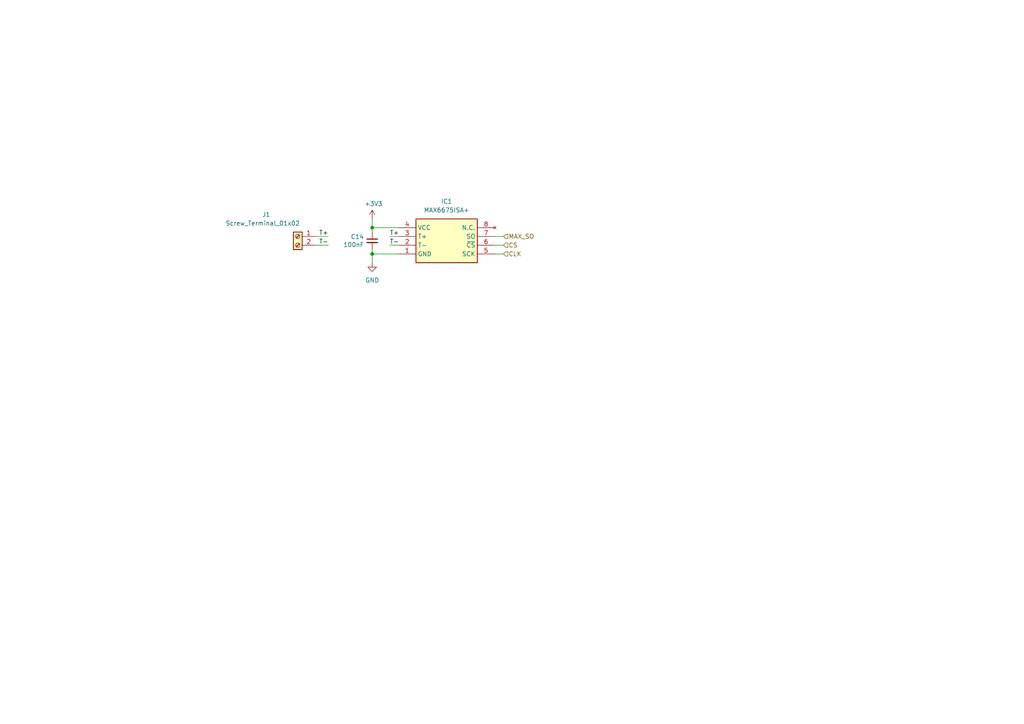
<source format=kicad_sch>
(kicad_sch
	(version 20231120)
	(generator "eeschema")
	(generator_version "8.0")
	(uuid "7143cf94-211c-47be-892b-538afdf04815")
	(paper "A4")
	(lib_symbols
		(symbol "BMS_LV_2022-rescue:+3.3V-power"
			(power)
			(pin_names
				(offset 0)
			)
			(exclude_from_sim no)
			(in_bom yes)
			(on_board yes)
			(property "Reference" "#PWR"
				(at 0 -3.81 0)
				(effects
					(font
						(size 1.27 1.27)
					)
					(hide yes)
				)
			)
			(property "Value" "power_+3.3V"
				(at 0 3.556 0)
				(effects
					(font
						(size 1.27 1.27)
					)
				)
			)
			(property "Footprint" ""
				(at 0 0 0)
				(effects
					(font
						(size 1.27 1.27)
					)
					(hide yes)
				)
			)
			(property "Datasheet" ""
				(at 0 0 0)
				(effects
					(font
						(size 1.27 1.27)
					)
					(hide yes)
				)
			)
			(property "Description" ""
				(at 0 0 0)
				(effects
					(font
						(size 1.27 1.27)
					)
					(hide yes)
				)
			)
			(symbol "+3.3V-power_0_1"
				(polyline
					(pts
						(xy -0.762 1.27) (xy 0 2.54)
					)
					(stroke
						(width 0)
						(type solid)
					)
					(fill
						(type none)
					)
				)
				(polyline
					(pts
						(xy 0 0) (xy 0 2.54)
					)
					(stroke
						(width 0)
						(type solid)
					)
					(fill
						(type none)
					)
				)
				(polyline
					(pts
						(xy 0 2.54) (xy 0.762 1.27)
					)
					(stroke
						(width 0)
						(type solid)
					)
					(fill
						(type none)
					)
				)
			)
			(symbol "+3.3V-power_1_1"
				(pin power_in line
					(at 0 0 90)
					(length 0) hide
					(name "+3V3"
						(effects
							(font
								(size 1.27 1.27)
							)
						)
					)
					(number "1"
						(effects
							(font
								(size 1.27 1.27)
							)
						)
					)
				)
			)
		)
		(symbol "Connector:Screw_Terminal_01x02"
			(pin_names
				(offset 1.016) hide)
			(exclude_from_sim no)
			(in_bom yes)
			(on_board yes)
			(property "Reference" "J"
				(at 0 2.54 0)
				(effects
					(font
						(size 1.27 1.27)
					)
				)
			)
			(property "Value" "Screw_Terminal_01x02"
				(at 0 -5.08 0)
				(effects
					(font
						(size 1.27 1.27)
					)
				)
			)
			(property "Footprint" ""
				(at 0 0 0)
				(effects
					(font
						(size 1.27 1.27)
					)
					(hide yes)
				)
			)
			(property "Datasheet" "~"
				(at 0 0 0)
				(effects
					(font
						(size 1.27 1.27)
					)
					(hide yes)
				)
			)
			(property "Description" "Generic screw terminal, single row, 01x02, script generated (kicad-library-utils/schlib/autogen/connector/)"
				(at 0 0 0)
				(effects
					(font
						(size 1.27 1.27)
					)
					(hide yes)
				)
			)
			(property "ki_keywords" "screw terminal"
				(at 0 0 0)
				(effects
					(font
						(size 1.27 1.27)
					)
					(hide yes)
				)
			)
			(property "ki_fp_filters" "TerminalBlock*:*"
				(at 0 0 0)
				(effects
					(font
						(size 1.27 1.27)
					)
					(hide yes)
				)
			)
			(symbol "Screw_Terminal_01x02_1_1"
				(rectangle
					(start -1.27 1.27)
					(end 1.27 -3.81)
					(stroke
						(width 0.254)
						(type default)
					)
					(fill
						(type background)
					)
				)
				(circle
					(center 0 -2.54)
					(radius 0.635)
					(stroke
						(width 0.1524)
						(type default)
					)
					(fill
						(type none)
					)
				)
				(polyline
					(pts
						(xy -0.5334 -2.2098) (xy 0.3302 -3.048)
					)
					(stroke
						(width 0.1524)
						(type default)
					)
					(fill
						(type none)
					)
				)
				(polyline
					(pts
						(xy -0.5334 0.3302) (xy 0.3302 -0.508)
					)
					(stroke
						(width 0.1524)
						(type default)
					)
					(fill
						(type none)
					)
				)
				(polyline
					(pts
						(xy -0.3556 -2.032) (xy 0.508 -2.8702)
					)
					(stroke
						(width 0.1524)
						(type default)
					)
					(fill
						(type none)
					)
				)
				(polyline
					(pts
						(xy -0.3556 0.508) (xy 0.508 -0.3302)
					)
					(stroke
						(width 0.1524)
						(type default)
					)
					(fill
						(type none)
					)
				)
				(circle
					(center 0 0)
					(radius 0.635)
					(stroke
						(width 0.1524)
						(type default)
					)
					(fill
						(type none)
					)
				)
				(pin passive line
					(at -5.08 0 0)
					(length 3.81)
					(name "Pin_1"
						(effects
							(font
								(size 1.27 1.27)
							)
						)
					)
					(number "1"
						(effects
							(font
								(size 1.27 1.27)
							)
						)
					)
				)
				(pin passive line
					(at -5.08 -2.54 0)
					(length 3.81)
					(name "Pin_2"
						(effects
							(font
								(size 1.27 1.27)
							)
						)
					)
					(number "2"
						(effects
							(font
								(size 1.27 1.27)
							)
						)
					)
				)
			)
		)
		(symbol "Device:C_Small"
			(pin_numbers hide)
			(pin_names
				(offset 0.254) hide)
			(exclude_from_sim no)
			(in_bom yes)
			(on_board yes)
			(property "Reference" "C"
				(at 0.254 1.778 0)
				(effects
					(font
						(size 1.27 1.27)
					)
					(justify left)
				)
			)
			(property "Value" "C_Small"
				(at 0.254 -2.032 0)
				(effects
					(font
						(size 1.27 1.27)
					)
					(justify left)
				)
			)
			(property "Footprint" ""
				(at 0 0 0)
				(effects
					(font
						(size 1.27 1.27)
					)
					(hide yes)
				)
			)
			(property "Datasheet" "~"
				(at 0 0 0)
				(effects
					(font
						(size 1.27 1.27)
					)
					(hide yes)
				)
			)
			(property "Description" "Unpolarized capacitor, small symbol"
				(at 0 0 0)
				(effects
					(font
						(size 1.27 1.27)
					)
					(hide yes)
				)
			)
			(property "ki_keywords" "capacitor cap"
				(at 0 0 0)
				(effects
					(font
						(size 1.27 1.27)
					)
					(hide yes)
				)
			)
			(property "ki_fp_filters" "C_*"
				(at 0 0 0)
				(effects
					(font
						(size 1.27 1.27)
					)
					(hide yes)
				)
			)
			(symbol "C_Small_0_1"
				(polyline
					(pts
						(xy -1.524 -0.508) (xy 1.524 -0.508)
					)
					(stroke
						(width 0.3302)
						(type default)
					)
					(fill
						(type none)
					)
				)
				(polyline
					(pts
						(xy -1.524 0.508) (xy 1.524 0.508)
					)
					(stroke
						(width 0.3048)
						(type default)
					)
					(fill
						(type none)
					)
				)
			)
			(symbol "C_Small_1_1"
				(pin passive line
					(at 0 2.54 270)
					(length 2.032)
					(name "~"
						(effects
							(font
								(size 1.27 1.27)
							)
						)
					)
					(number "1"
						(effects
							(font
								(size 1.27 1.27)
							)
						)
					)
				)
				(pin passive line
					(at 0 -2.54 90)
					(length 2.032)
					(name "~"
						(effects
							(font
								(size 1.27 1.27)
							)
						)
					)
					(number "2"
						(effects
							(font
								(size 1.27 1.27)
							)
						)
					)
				)
			)
		)
		(symbol "MAX6675ISA+:MAX6675ISA+"
			(exclude_from_sim no)
			(in_bom yes)
			(on_board yes)
			(property "Reference" "IC1"
				(at 13.97 7.62 0)
				(effects
					(font
						(size 1.27 1.27)
					)
				)
			)
			(property "Value" "MAX6675ISA+"
				(at 13.97 5.08 0)
				(effects
					(font
						(size 1.27 1.27)
					)
				)
			)
			(property "Footprint" "SOIC127P600X175-8N"
				(at 24.13 -94.92 0)
				(effects
					(font
						(size 1.27 1.27)
					)
					(justify left top)
					(hide yes)
				)
			)
			(property "Datasheet" "http://datasheets.maximintegrated.com/en/ds/MAX6675.pdf"
				(at 24.13 -194.92 0)
				(effects
					(font
						(size 1.27 1.27)
					)
					(justify left top)
					(hide yes)
				)
			)
			(property "Description" "MAX6675ISA+, 12bit Temperature Sensor +/-6C Serial-SPI 3 to 5.5V 8-Pin SOIC"
				(at 2.032 11.43 0)
				(effects
					(font
						(size 1.27 1.27)
					)
					(hide yes)
				)
			)
			(property "Height" "1.75"
				(at 24.13 -394.92 0)
				(effects
					(font
						(size 1.27 1.27)
					)
					(justify left top)
					(hide yes)
				)
			)
			(property "Mouser Part Number" "700-MAX6675ISA"
				(at 24.13 -494.92 0)
				(effects
					(font
						(size 1.27 1.27)
					)
					(justify left top)
					(hide yes)
				)
			)
			(property "Mouser Price/Stock" "https://www.mouser.co.uk/ProductDetail/Analog-Devices-Maxim-Integrated/MAX6675ISA%2b?qs=1THa7WoU59H74vpgspkIMw%3D%3D"
				(at 24.13 -594.92 0)
				(effects
					(font
						(size 1.27 1.27)
					)
					(justify left top)
					(hide yes)
				)
			)
			(property "Manufacturer_Name" "Analog Devices"
				(at 24.13 -694.92 0)
				(effects
					(font
						(size 1.27 1.27)
					)
					(justify left top)
					(hide yes)
				)
			)
			(property "Manufacturer_Part_Number" "MAX6675ISA+"
				(at 24.13 -794.92 0)
				(effects
					(font
						(size 1.27 1.27)
					)
					(justify left top)
					(hide yes)
				)
			)
			(symbol "MAX6675ISA+_1_1"
				(rectangle
					(start 5.08 2.54)
					(end 22.86 -10.16)
					(stroke
						(width 0.254)
						(type default)
					)
					(fill
						(type background)
					)
				)
				(pin passive line
					(at 0 -7.62 0)
					(length 5.08)
					(name "GND"
						(effects
							(font
								(size 1.27 1.27)
							)
						)
					)
					(number "1"
						(effects
							(font
								(size 1.27 1.27)
							)
						)
					)
				)
				(pin passive line
					(at 0 -5.08 0)
					(length 5.08)
					(name "T-"
						(effects
							(font
								(size 1.27 1.27)
							)
						)
					)
					(number "2"
						(effects
							(font
								(size 1.27 1.27)
							)
						)
					)
				)
				(pin passive line
					(at 0 -2.54 0)
					(length 5.08)
					(name "T+"
						(effects
							(font
								(size 1.27 1.27)
							)
						)
					)
					(number "3"
						(effects
							(font
								(size 1.27 1.27)
							)
						)
					)
				)
				(pin passive line
					(at 0 0 0)
					(length 5.08)
					(name "VCC"
						(effects
							(font
								(size 1.27 1.27)
							)
						)
					)
					(number "4"
						(effects
							(font
								(size 1.27 1.27)
							)
						)
					)
				)
				(pin passive line
					(at 27.94 -7.62 180)
					(length 5.08)
					(name "SCK"
						(effects
							(font
								(size 1.27 1.27)
							)
						)
					)
					(number "5"
						(effects
							(font
								(size 1.27 1.27)
							)
						)
					)
				)
				(pin passive line
					(at 27.94 -5.08 180)
					(length 5.08)
					(name "~{CS}"
						(effects
							(font
								(size 1.27 1.27)
							)
						)
					)
					(number "6"
						(effects
							(font
								(size 1.27 1.27)
							)
						)
					)
				)
				(pin passive line
					(at 27.94 -2.54 180)
					(length 5.08)
					(name "SO"
						(effects
							(font
								(size 1.27 1.27)
							)
						)
					)
					(number "7"
						(effects
							(font
								(size 1.27 1.27)
							)
						)
					)
				)
				(pin no_connect line
					(at 27.94 0 180)
					(length 5.08)
					(name "N.C."
						(effects
							(font
								(size 1.27 1.27)
							)
						)
					)
					(number "8"
						(effects
							(font
								(size 1.27 1.27)
							)
						)
					)
				)
			)
		)
		(symbol "power:GND"
			(power)
			(pin_numbers hide)
			(pin_names
				(offset 0) hide)
			(exclude_from_sim no)
			(in_bom yes)
			(on_board yes)
			(property "Reference" "#PWR"
				(at 0 -6.35 0)
				(effects
					(font
						(size 1.27 1.27)
					)
					(hide yes)
				)
			)
			(property "Value" "GND"
				(at 0 -3.81 0)
				(effects
					(font
						(size 1.27 1.27)
					)
				)
			)
			(property "Footprint" ""
				(at 0 0 0)
				(effects
					(font
						(size 1.27 1.27)
					)
					(hide yes)
				)
			)
			(property "Datasheet" ""
				(at 0 0 0)
				(effects
					(font
						(size 1.27 1.27)
					)
					(hide yes)
				)
			)
			(property "Description" "Power symbol creates a global label with name \"GND\" , ground"
				(at 0 0 0)
				(effects
					(font
						(size 1.27 1.27)
					)
					(hide yes)
				)
			)
			(property "ki_keywords" "global power"
				(at 0 0 0)
				(effects
					(font
						(size 1.27 1.27)
					)
					(hide yes)
				)
			)
			(symbol "GND_0_1"
				(polyline
					(pts
						(xy 0 0) (xy 0 -1.27) (xy 1.27 -1.27) (xy 0 -2.54) (xy -1.27 -1.27) (xy 0 -1.27)
					)
					(stroke
						(width 0)
						(type default)
					)
					(fill
						(type none)
					)
				)
			)
			(symbol "GND_1_1"
				(pin power_in line
					(at 0 0 270)
					(length 0)
					(name "~"
						(effects
							(font
								(size 1.27 1.27)
							)
						)
					)
					(number "1"
						(effects
							(font
								(size 1.27 1.27)
							)
						)
					)
				)
			)
		)
	)
	(junction
		(at 107.95 66.04)
		(diameter 0)
		(color 0 0 0 0)
		(uuid "5ab25b37-c1a5-49d2-a1f9-283bb886d286")
	)
	(junction
		(at 107.95 73.66)
		(diameter 0)
		(color 0 0 0 0)
		(uuid "f1dff2d7-c68a-41f1-82c5-53c2e5b94e70")
	)
	(wire
		(pts
			(xy 146.05 68.58) (xy 143.51 68.58)
		)
		(stroke
			(width 0)
			(type default)
		)
		(uuid "0ee0da6c-4655-439d-be6c-b6f94d0ba02a")
	)
	(wire
		(pts
			(xy 107.95 66.04) (xy 107.95 67.31)
		)
		(stroke
			(width 0)
			(type default)
		)
		(uuid "292f68a0-2492-461e-bb0a-3ffa0fa00ca6")
	)
	(wire
		(pts
			(xy 107.95 66.04) (xy 107.95 63.5)
		)
		(stroke
			(width 0)
			(type default)
		)
		(uuid "2e8c50f8-8f14-4247-9ae0-1c59ccd0d8b6")
	)
	(wire
		(pts
			(xy 91.44 68.58) (xy 95.25 68.58)
		)
		(stroke
			(width 0)
			(type default)
		)
		(uuid "3c9d2cad-4d3a-4725-99b2-775ccc0d97e6")
	)
	(wire
		(pts
			(xy 115.57 73.66) (xy 107.95 73.66)
		)
		(stroke
			(width 0)
			(type default)
		)
		(uuid "40ffbf49-8bf7-40c7-9a02-56d974d225be")
	)
	(wire
		(pts
			(xy 107.95 73.66) (xy 107.95 76.2)
		)
		(stroke
			(width 0)
			(type default)
		)
		(uuid "60aa486a-21d1-45e2-a345-ebe71bc62699")
	)
	(wire
		(pts
			(xy 115.57 66.04) (xy 107.95 66.04)
		)
		(stroke
			(width 0)
			(type default)
		)
		(uuid "65e1f7e0-8f06-4a75-a1a4-169a76d39712")
	)
	(wire
		(pts
			(xy 143.51 71.12) (xy 146.05 71.12)
		)
		(stroke
			(width 0)
			(type default)
		)
		(uuid "88456d78-9166-43a6-b501-89a563ca6039")
	)
	(wire
		(pts
			(xy 107.95 72.39) (xy 107.95 73.66)
		)
		(stroke
			(width 0)
			(type default)
		)
		(uuid "8d04c402-f9af-4454-8444-82b1c590ff55")
	)
	(wire
		(pts
			(xy 113.03 68.58) (xy 115.57 68.58)
		)
		(stroke
			(width 0)
			(type default)
		)
		(uuid "928d299f-5215-49ab-bbec-aaf735743a1e")
	)
	(wire
		(pts
			(xy 91.44 71.12) (xy 95.25 71.12)
		)
		(stroke
			(width 0)
			(type default)
		)
		(uuid "b866a0ba-58f8-48c2-b808-ed373ebed31c")
	)
	(wire
		(pts
			(xy 113.03 71.12) (xy 115.57 71.12)
		)
		(stroke
			(width 0)
			(type default)
		)
		(uuid "c85dcb84-49c0-4027-8977-7c1e950f95cf")
	)
	(wire
		(pts
			(xy 143.51 73.66) (xy 146.05 73.66)
		)
		(stroke
			(width 0)
			(type default)
		)
		(uuid "f5276a5d-f126-4763-bf76-bf78a467df7f")
	)
	(label "T-"
		(at 95.25 71.12 180)
		(fields_autoplaced yes)
		(effects
			(font
				(size 1.27 1.27)
			)
			(justify right bottom)
		)
		(uuid "8d489ac7-c206-478c-abe0-3b8407174aa9")
	)
	(label "T+"
		(at 95.25 68.58 180)
		(fields_autoplaced yes)
		(effects
			(font
				(size 1.27 1.27)
			)
			(justify right bottom)
		)
		(uuid "bbbb0a12-aa49-4bd4-8f49-be0ef0684eb3")
	)
	(label "T+"
		(at 113.03 68.58 0)
		(fields_autoplaced yes)
		(effects
			(font
				(size 1.27 1.27)
			)
			(justify left bottom)
		)
		(uuid "d4c5d466-dce5-4e25-85fd-28f355c9b734")
	)
	(label "T-"
		(at 113.03 71.12 0)
		(fields_autoplaced yes)
		(effects
			(font
				(size 1.27 1.27)
			)
			(justify left bottom)
		)
		(uuid "f6379539-dad5-4538-a092-4a93620075a6")
	)
	(hierarchical_label "CLK"
		(shape input)
		(at 146.05 73.66 0)
		(fields_autoplaced yes)
		(effects
			(font
				(size 1.27 1.27)
			)
			(justify left)
		)
		(uuid "08990c59-0fe9-439b-a831-c76f831fd165")
	)
	(hierarchical_label "CS"
		(shape input)
		(at 146.05 71.12 0)
		(fields_autoplaced yes)
		(effects
			(font
				(size 1.27 1.27)
			)
			(justify left)
		)
		(uuid "54c1fdf3-2ac8-49f2-a9a7-546bd361d1d3")
	)
	(hierarchical_label "MAX_SO"
		(shape input)
		(at 146.05 68.58 0)
		(fields_autoplaced yes)
		(effects
			(font
				(size 1.27 1.27)
			)
			(justify left)
		)
		(uuid "dfa28000-5ae1-4530-b3c1-71042ec975e8")
	)
	(symbol
		(lib_id "MAX6675ISA+:MAX6675ISA+")
		(at 115.57 66.04 0)
		(unit 1)
		(exclude_from_sim no)
		(in_bom yes)
		(on_board yes)
		(dnp no)
		(fields_autoplaced yes)
		(uuid "0ddcccbf-4655-4507-b8a2-b3ab8eee3c79")
		(property "Reference" "IC1"
			(at 129.54 58.42 0)
			(effects
				(font
					(size 1.27 1.27)
				)
			)
		)
		(property "Value" "MAX6675ISA+"
			(at 129.54 60.96 0)
			(effects
				(font
					(size 1.27 1.27)
				)
			)
		)
		(property "Footprint" "SOIC127P600X175-8N"
			(at 139.7 160.96 0)
			(effects
				(font
					(size 1.27 1.27)
				)
				(justify left top)
				(hide yes)
			)
		)
		(property "Datasheet" "http://datasheets.maximintegrated.com/en/ds/MAX6675.pdf"
			(at 139.7 260.96 0)
			(effects
				(font
					(size 1.27 1.27)
				)
				(justify left top)
				(hide yes)
			)
		)
		(property "Description" "MAX6675ISA+, 12bit Temperature Sensor +/-6C Serial-SPI 3 to 5.5V 8-Pin SOIC"
			(at 117.602 54.61 0)
			(effects
				(font
					(size 1.27 1.27)
				)
				(hide yes)
			)
		)
		(property "Height" "1.75"
			(at 139.7 460.96 0)
			(effects
				(font
					(size 1.27 1.27)
				)
				(justify left top)
				(hide yes)
			)
		)
		(property "Mouser Part Number" "700-MAX6675ISA"
			(at 139.7 560.96 0)
			(effects
				(font
					(size 1.27 1.27)
				)
				(justify left top)
				(hide yes)
			)
		)
		(property "Mouser Price/Stock" "https://www.mouser.co.uk/ProductDetail/Analog-Devices-Maxim-Integrated/MAX6675ISA%2b?qs=1THa7WoU59H74vpgspkIMw%3D%3D"
			(at 139.7 660.96 0)
			(effects
				(font
					(size 1.27 1.27)
				)
				(justify left top)
				(hide yes)
			)
		)
		(property "Manufacturer_Name" "Analog Devices"
			(at 139.7 760.96 0)
			(effects
				(font
					(size 1.27 1.27)
				)
				(justify left top)
				(hide yes)
			)
		)
		(property "Manufacturer_Part_Number" "MAX6675ISA+"
			(at 139.7 860.96 0)
			(effects
				(font
					(size 1.27 1.27)
				)
				(justify left top)
				(hide yes)
			)
		)
		(pin "1"
			(uuid "72157319-02a1-460d-b1bc-51a33d5e94e1")
		)
		(pin "5"
			(uuid "f4d0077d-b4b3-43be-8c76-0c7ee10fa2c0")
		)
		(pin "3"
			(uuid "17005650-4d72-4c42-af37-285f2409e5b1")
		)
		(pin "4"
			(uuid "22215cfe-83b4-4a5c-a225-daf542723379")
		)
		(pin "2"
			(uuid "0ad70e26-cca9-4fda-acc7-e03409da437b")
		)
		(pin "8"
			(uuid "757b28ff-97e6-4995-b228-267c2378fe9b")
		)
		(pin "7"
			(uuid "1b889136-3be5-478b-8519-eadcd2aa4c0c")
		)
		(pin "6"
			(uuid "903a7128-aa29-4697-9b9d-2767102bb7f8")
		)
		(instances
			(project "Thermometer_CD_Project"
				(path "/a65a7196-8a90-49cc-8818-2434ed6db328/32072c44-f038-4df9-931e-593faa7619f7"
					(reference "IC1")
					(unit 1)
				)
			)
		)
	)
	(symbol
		(lib_id "Device:C_Small")
		(at 107.95 69.85 0)
		(mirror y)
		(unit 1)
		(exclude_from_sim no)
		(in_bom yes)
		(on_board yes)
		(dnp no)
		(uuid "372bb312-f792-4663-8145-aad06bcfae0d")
		(property "Reference" "C14"
			(at 105.6132 68.6816 0)
			(effects
				(font
					(size 1.27 1.27)
				)
				(justify left)
			)
		)
		(property "Value" "100nF"
			(at 105.6132 70.993 0)
			(effects
				(font
					(size 1.27 1.27)
				)
				(justify left)
			)
		)
		(property "Footprint" "Capacitor_SMD:C_0402_1005Metric"
			(at 107.95 69.85 0)
			(effects
				(font
					(size 1.27 1.27)
				)
				(hide yes)
			)
		)
		(property "Datasheet" "~"
			(at 107.95 69.85 0)
			(effects
				(font
					(size 1.27 1.27)
				)
				(hide yes)
			)
		)
		(property "Description" ""
			(at 107.95 69.85 0)
			(effects
				(font
					(size 1.27 1.27)
				)
				(hide yes)
			)
		)
		(pin "1"
			(uuid "771575a2-6b85-4d8b-af1b-7185b47b14de")
		)
		(pin "2"
			(uuid "fbf0fbae-7d76-4ddd-b0fa-e7e890c41c91")
		)
		(instances
			(project "Thermometer_CD_Project"
				(path "/a65a7196-8a90-49cc-8818-2434ed6db328/32072c44-f038-4df9-931e-593faa7619f7"
					(reference "C14")
					(unit 1)
				)
			)
		)
	)
	(symbol
		(lib_id "power:GND")
		(at 107.95 76.2 0)
		(unit 1)
		(exclude_from_sim no)
		(in_bom yes)
		(on_board yes)
		(dnp no)
		(fields_autoplaced yes)
		(uuid "49bf676a-8848-4100-8924-e8b70c283ec0")
		(property "Reference" "#PWR09"
			(at 107.95 82.55 0)
			(effects
				(font
					(size 1.27 1.27)
				)
				(hide yes)
			)
		)
		(property "Value" "GND"
			(at 107.95 81.28 0)
			(effects
				(font
					(size 1.27 1.27)
				)
			)
		)
		(property "Footprint" ""
			(at 107.95 76.2 0)
			(effects
				(font
					(size 1.27 1.27)
				)
				(hide yes)
			)
		)
		(property "Datasheet" ""
			(at 107.95 76.2 0)
			(effects
				(font
					(size 1.27 1.27)
				)
				(hide yes)
			)
		)
		(property "Description" "Power symbol creates a global label with name \"GND\" , ground"
			(at 107.95 76.2 0)
			(effects
				(font
					(size 1.27 1.27)
				)
				(hide yes)
			)
		)
		(pin "1"
			(uuid "721dc277-d650-414a-b5cd-2b52efe6377f")
		)
		(instances
			(project "Thermometer_CD_Project"
				(path "/a65a7196-8a90-49cc-8818-2434ed6db328/32072c44-f038-4df9-931e-593faa7619f7"
					(reference "#PWR09")
					(unit 1)
				)
			)
		)
	)
	(symbol
		(lib_id "Connector:Screw_Terminal_01x02")
		(at 86.36 68.58 0)
		(mirror y)
		(unit 1)
		(exclude_from_sim no)
		(in_bom yes)
		(on_board yes)
		(dnp no)
		(uuid "7303b39c-fe99-4294-8caf-ffee591fff09")
		(property "Reference" "J1"
			(at 77.216 62.23 0)
			(effects
				(font
					(size 1.27 1.27)
				)
			)
		)
		(property "Value" "Screw_Terminal_01x02"
			(at 76.2 64.77 0)
			(effects
				(font
					(size 1.27 1.27)
				)
			)
		)
		(property "Footprint" "Connector_PinHeader_1.27mm:PinHeader_2x01_P1.27mm_Vertical"
			(at 86.36 68.58 0)
			(effects
				(font
					(size 1.27 1.27)
				)
				(hide yes)
			)
		)
		(property "Datasheet" "~"
			(at 86.36 68.58 0)
			(effects
				(font
					(size 1.27 1.27)
				)
				(hide yes)
			)
		)
		(property "Description" "Generic screw terminal, single row, 01x02, script generated (kicad-library-utils/schlib/autogen/connector/)"
			(at 86.36 68.58 0)
			(effects
				(font
					(size 1.27 1.27)
				)
				(hide yes)
			)
		)
		(pin "1"
			(uuid "e9d10dac-7c0f-4d9c-9ffd-22520a389892")
		)
		(pin "2"
			(uuid "092a38fe-d91f-4986-b095-ced2497e9428")
		)
		(instances
			(project ""
				(path "/a65a7196-8a90-49cc-8818-2434ed6db328/32072c44-f038-4df9-931e-593faa7619f7"
					(reference "J1")
					(unit 1)
				)
			)
		)
	)
	(symbol
		(lib_id "BMS_LV_2022-rescue:+3.3V-power")
		(at 107.95 63.5 0)
		(unit 1)
		(exclude_from_sim no)
		(in_bom yes)
		(on_board yes)
		(dnp no)
		(uuid "d3711c64-6905-4189-8e66-04ad7b02de47")
		(property "Reference" "#PWR08"
			(at 107.95 67.31 0)
			(effects
				(font
					(size 1.27 1.27)
				)
				(hide yes)
			)
		)
		(property "Value" "+3V3"
			(at 108.331 59.1058 0)
			(effects
				(font
					(size 1.27 1.27)
				)
			)
		)
		(property "Footprint" ""
			(at 107.95 63.5 0)
			(effects
				(font
					(size 1.27 1.27)
				)
				(hide yes)
			)
		)
		(property "Datasheet" ""
			(at 107.95 63.5 0)
			(effects
				(font
					(size 1.27 1.27)
				)
				(hide yes)
			)
		)
		(property "Description" ""
			(at 107.95 63.5 0)
			(effects
				(font
					(size 1.27 1.27)
				)
				(hide yes)
			)
		)
		(pin "1"
			(uuid "b696368f-3ca5-4fe8-a917-5a2f747fd416")
		)
		(instances
			(project "Thermometer_CD_Project"
				(path "/a65a7196-8a90-49cc-8818-2434ed6db328/32072c44-f038-4df9-931e-593faa7619f7"
					(reference "#PWR08")
					(unit 1)
				)
			)
		)
	)
)

</source>
